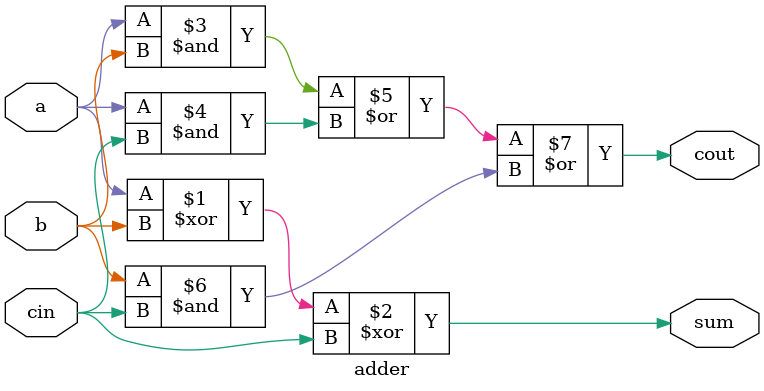
<source format=v>
module top_module( 
    input [99:0] a, b,
    input cin,
    output cout,
    output [99:0] sum );
	
    wire [98:0] cin2cout;
    
    genvar i;
    generate
        for (i=0; i<100; i = i+1) begin : sol
            if (i==0)
                adder inst(.a(a[i]), .b(b[i]), .cin(cin),.cout(cin2cout[0]), .sum(sum[i]));
            else if (i==99)
                adder inst(.a(a[i]), .b(b[i]), .cin(cin2cout[i-1]),.cout(cout), .sum(sum[i]));
            else
                adder inst(.a(a[i]), .b(b[i]), .cin(cin2cout[i-1]),.cout(cin2cout[i]), .sum(sum[i]));
        end
    endgenerate
endmodule
        
module adder(input a, b, cin, output cout, sum);
    assign sum = a ^ b ^ cin;
    assign cout = (a & b) | (a & cin) | (b & cin);
endmodule   

</source>
